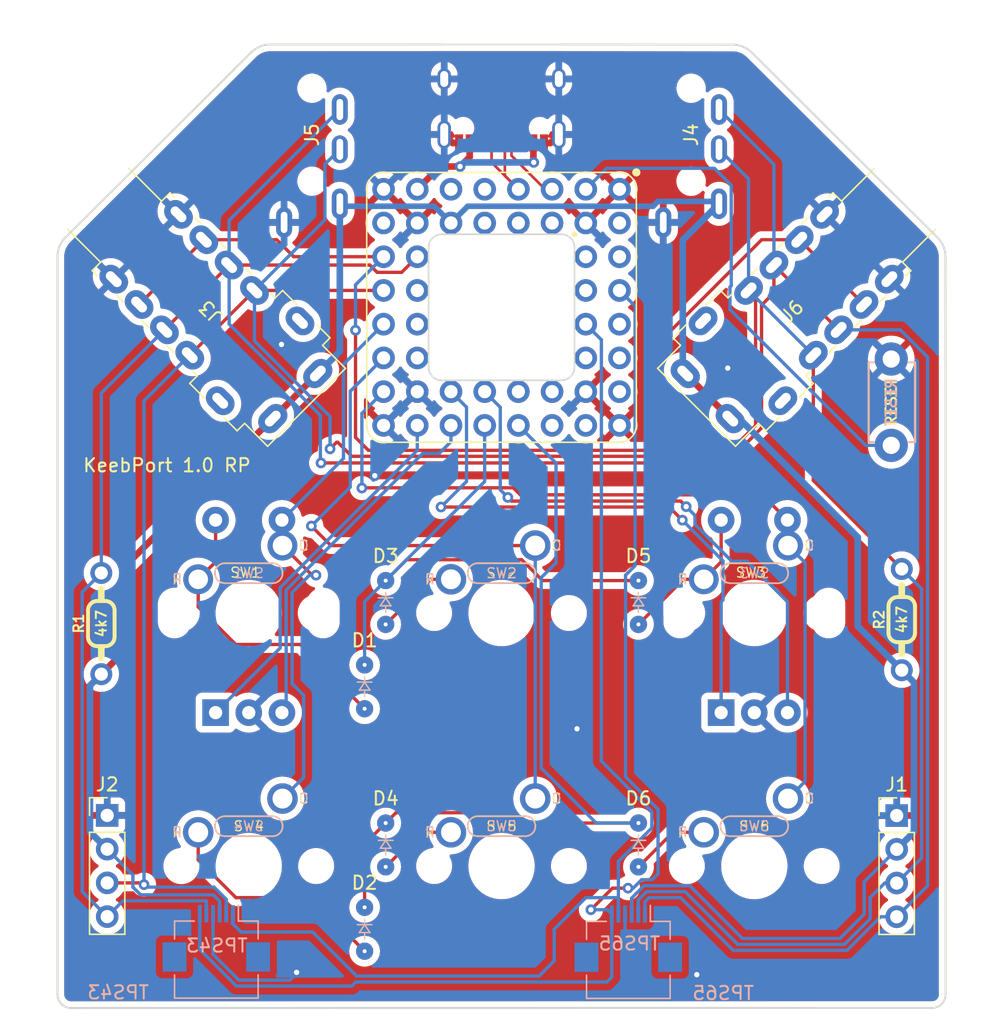
<source format=kicad_pcb>
(kicad_pcb (version 20240108) (generator "pcbnew") (generator_version "8.0")
  (layers (0 "F.Cu" signal) (31 "B.Cu" signal) (34 "B.Paste" user) (35 "F.Paste" user) (36 "B.SilkS" user "B.Silkscreen") (37 "F.SilkS" user "F.Silkscreen") (38 "B.Mask" user) (39 "F.Mask" user) (44 "Edge.Cuts" user))
  (net 0 "")
  (net 1 "Row0")
  (net 2 "Row1")
  (net 3 "GND")
  (net 4 "+3V3")
  (net 5 "I2C_SCL")
  (net 6 "I2C_SDA")
  (net 7 "LED_Ctrl")
  (net 8 "Net-(D2-Pad2)")
  (net 9 "Net-(D3-Pad2)")
  (net 10 "Net-(D4-Pad2)")
  (net 11 "Net-(D5-Pad2)")
  (net 12 "Net-(D6-Pad2)")
  (net 13 "VBUS")
  (net 15 "USB_D+")
  (net 16 "USB_D-")
  (net 20 "Net-(SW7-Pad2)")
  (net 21 "Enc0_A")
  (net 22 "Enc0_B")
  (net 23 "Col0")
  (net 24 "Col1")
  (net 25 "Enc1_A")
  (net 26 "Enc1_B")
  (net 27 "Col2")
  (net 39 "RDY")
  (net 41 "NRST")
  (net 49 "Net-(D1-Pad2)")
  (footprint "Keyboard_Components:Diode_SMD_Round_Pads" (layer "F.Cu") (at 111.125 96.8375)
    (property "Reference" "D1")
    (property "Value" "D_Small")
  )
  (footprint "Keyboard_Components:Diode_SMD_Round_Pads" (layer "F.Cu") (at 112.7125 90.4875)
    (property "Reference" "D3")
    (property "Value" "D_Small")
  )
  (footprint "Switch_Footprints:MX_lss_100U" (layer "F.Cu") (at 121.44375 110.33125)
    (property "Reference" "SW5")
    (property "Value" "SW_Push")
  )
  (footprint "Keyboard_Components:Resistor" (layer "F.Cu") (at 91.28125 92.075 90)
    (property "Reference" "R1")
    (property "Value" "4k7")
  )
  (footprint "Keyboard_Components:TRRRS_NBA1-24-001" (layer "F.Cu") (at 91.051667 60.095417 45)
    (property "Reference" "J3")
    (property "Value" "TRRRS_Connector")
  )
  (footprint "Switch_Footprints:MX_lss_100U" (layer "F.Cu") (at 140.49375 110.33125)
    (property "Reference" "SW6")
    (property "Value" "SW_Push")
  )
  (footprint "Keyboard_Components:Diode_SMD_Round_Pads" (layer "F.Cu") (at 131.7625 90.4875)
    (property "Reference" "D5")
    (property "Value" "D_Small")
  )
  (footprint "Keyboard_Components:Reset_Switch" (layer "F.Cu") (at 150.8125 75.40625 -90)
    (property "Reference" "SW7" (hide yes))
    (property "Value" "SW_Push" (hide yes))
  )
  (footprint "Keyboard_Components:TRRRS_NBA1-24-001" (layer "F.Cu") (at 151.835834 60.095417 -45)
    (property "Reference" "J6")
    (property "Value" "TRRRS_Connector")
  )
  (footprint "Switch_Footprints:MX_lss_100U" (layer "F.Cu") (at 102.39375 110.33125)
    (property "Reference" "SW4")
    (property "Value" "SW_Push")
  )
  (footprint "Switch_Footprints:MX_lss_100U_Rotary" (layer "F.Cu") (at 140.49375 91.28125)
    (property "Reference" "SW3")
    (property "Value" "RotaryEncoder_Switch")
  )
  (footprint "Connector_PinHeader_2.54mm:PinHeader_1x04_P2.54mm_Vertical" (layer "F.Cu") (at 91.725 106.52)
    (property "Reference" "J2")
    (property "Value" "Conn_01x04_Female")
  )
  (footprint "Keyboard_Components:Diode_SMD_Round_Pads" (layer "F.Cu") (at 111.125 115.09375)
    (property "Reference" "D2")
    (property "Value" "D_Small")
  )
  (footprint "Keyboard_Components:Resistor" (layer "F.Cu") (at 151.60625 91.775 90)
    (property "Reference" "R2")
    (property "Value" "4k7")
  )
  (footprint "Keyboard_Components:Diode_SMD_Round_Pads" (layer "F.Cu") (at 112.7125 108.74375)
    (property "Reference" "D4")
    (property "Value" "D_Small")
  )
  (footprint "Keyboard_Components:TRRS_PJ-320A" (layer "F.Cu") (at 107.15625 50.1675)
    (property "Reference" "J5")
    (property "Value" "TRRS_Connector")
  )
  (footprint "Switch_Footprints:MX_lss_100U_Rotary" (layer "F.Cu") (at 102.39375 91.28125)
    (property "Reference" "SW1")
    (property "Value" "RotaryEncoder_Switch")
  )
  (footprint "Keyboard_Components:PGA2040" (layer "F.Cu") (at 121.44375 68.2625)
    (property "Reference" "U1" (hide yes))
    (property "Value" "PGA2040")
    (fp_line (start -5.5 4.5) (end -5.5 -4.5) (stroke (width 0.12)) (layer "Edge.Cuts"))
    (fp_line (start -4.5 -5.5) (end 4.5 -5.5) (stroke (width 0.12)) (layer "Edge.Cuts"))
    (fp_line (start 4.5 5.5) (end -4.5 5.5) (stroke (width 0.12)) (layer "Edge.Cuts"))
    (fp_line (start 5.5 -4.5) (end 5.5 4.5) (stroke (width 0.12)) (layer "Edge.Cuts"))
    (fp_arc (start -5.5 -4.5) (mid -5.207107 -5.207107) (end -4.5 -5.5) (stroke (width 0.12)) (layer "Edge.Cuts"))
    (fp_arc (start -4.5 5.5) (mid -5.207107 5.207107) (end -5.5 4.5) (stroke (width 0.12)) (layer "Edge.Cuts"))
    (fp_arc (start 4.5 -5.5) (mid 5.207107 -5.207107) (end 5.5 -4.5) (stroke (width 0.12)) (layer "Edge.Cuts"))
    (fp_arc (start 5.5 4.5) (mid 5.207107 5.207107) (end 4.5 5.5) (stroke (width 0.12)) (layer "Edge.Cuts"))
  )
  (footprint "Connector_PinHeader_2.54mm:PinHeader_1x04_P2.54mm_Vertical" (layer "F.Cu") (at 151.225 106.53125)
    (property "Reference" "J1")
    (property "Value" "Conn_01x04_Female")
  )
  (footprint "Keyboard_Components:Diode_SMD_Round_Pads" (layer "F.Cu") (at 131.7625 108.74375)
    (property "Reference" "D6")
    (property "Value" "D_Small")
  )
  (footprint "Switch_Footprints:MX_lss_100U" (layer "F.Cu") (at 121.44375 91.28125)
    (property "Reference" "SW2")
    (property "Value" "SW_Push")
  )
  (footprint "Keyboard_Components:TRRS_PJ-320A" (layer "F.Cu") (at 135.73125 50.1675)
    (property "Reference" "J4")
    (property "Value" "TRRS_Connector")
  )
  (footprint "Keyboard_Components:USB_C_C2927037" (layer "F.Cu") (at 121.44375 48.47 180)
    (property "Reference" "P1" (hide yes))
    (property "Value" "USB_C_Plug")
    (fp_line (start -4.5 0) (end 4.5 0) (stroke (width 0.12)) (layer "Edge.Cuts"))
  )
  (footprint "Connector_FFC-FPC:Hirose_FH12-6S-0.5SH_1x06-1MP_P0.50mm_Horizontal" (layer "B.Cu") (at 131 115.8 180)
    (property "Reference" "TPS65")
    (property "Value" "Conn_01x06_Shielded")
  )
  (footprint "Connector_FFC-FPC:Hirose_FH12-6S-0.5SH_1x06-1MP_P0.50mm_Horizontal" (layer "B.Cu") (at 99.95 115.775 180)
    (property "Reference" "TPS43")
    (property "Value" "Conn_01x06_Shielded")
  )
  (gr_line (start 125.94375 48.47) (end 138.737099 48.484092) (stroke (width 0.15)) (layer "Edge.Cuts"))
  (gr_arc (start 138.737099 48.484092) (mid 139.539778 48.6) (end 140.237099 49.014092) (stroke (width 0.15)) (layer "Edge.Cuts"))
  (gr_arc (start 87.98 64.57) (mid 88.095897 63.76736) (end 88.51 63.07) (stroke (width 0.15)) (layer "Edge.Cuts"))
  (gr_arc (start 154.369778 63.08) (mid 154.78387 63.777321) (end 154.899778 64.58) (stroke (width 0.15)) (layer "Edge.Cuts"))
  (gr_arc (start 88.97 121.02) (mid 88.26795 120.710836) (end 87.979559 120) (stroke (width 0.15)) (layer "Edge.Cuts"))
  (gr_line (start 102.642679 49.004092) (end 88.51 63.07) (stroke (width 0.15)) (layer "Edge.Cuts"))
  (gr_line (start 154.91 75.4) (end 154.899778 64.58) (stroke (width 0.15)) (layer "Edge.Cuts"))
  (gr_arc (start 154.91 119.96) (mid 154.642747 120.692171) (end 153.931527 121.011018) (stroke (width 0.15)) (layer "Edge.Cuts"))
  (gr_arc (start 102.642679 49.004092) (mid 103.34 48.59) (end 104.142679 48.474092) (stroke (width 0.15)) (layer "Edge.Cuts"))
  (gr_line (start 87.98 64.57) (end 87.979559 120) (stroke (width 0.15)) (layer "Edge.Cuts"))
  (gr_line (start 154.91 75.4) (end 154.91 119.96) (stroke (width 0.15)) (layer "Edge.Cuts"))
  (gr_line (start 154.369778 63.08) (end 140.237099 49.014092) (stroke (width 0.15)) (layer "Edge.Cuts"))
  (gr_line (start 153.931527 121.011018) (end 88.97 121.02) (stroke (width 0.15)) (layer "Edge.Cuts"))
  (gr_line (start 116.94375 48.47) (end 104.142679 48.474092) (stroke (width 0.15)) (layer "Edge.Cuts"))
  (gr_text "TPS43" (at 92.55 119.85 0) (layer "B.SilkS") (effects (font (size 1 1)) (justify mirror)))
  (gr_text "TPS65" (at 138.15 119.9 0) (layer "B.SilkS") (effects (font (size 1 1)) (justify mirror)))
  (gr_text "KeebPort 1.0 RP" (at 96.23 80.16 0) (layer "F.SilkS") (effects (font (size 1 1))))
  (segment (start 114.283261 87.266739) (end 122.963964 87.266739) (width 0.25) (layer "F.Cu") (net 1))
  (segment (start 122.963964 87.266739) (end 124.534725 88.8375) (width 0.25) (layer "F.Cu") (net 1))
  (segment (start 112.7125 88.8375) (end 114.283261 87.266739) (width 0.25) (layer "F.Cu") (net 1))
  (segment (start 124.534725 88.8375) (end 131.7625 88.8375) (width 0.25) (layer "F.Cu") (net 1))
  (segment (start 111.125 95.1875) (end 111.125 90.425) (width 0.25) (layer "B.Cu") (net 1))
  (segment (start 120.17375 77.1525) (end 120.17375 81.37625) (width 0.25) (layer "B.Cu") (net 1))
  (segment (start 120.17375 81.37625) (end 112.7125 88.8375) (width 0.25) (layer "B.Cu") (net 1))
  (segment (start 111.125 90.425) (end 112.7125 88.8375) (width 0.25) (layer "B.Cu") (net 1))
  (segment (start 122.191739 106.316739) (end 122.96875 107.09375) (width 0.25) (layer "F.Cu") (net 2))
  (segment (start 122.96875 107.09375) (end 131.7625 107.09375) (width 0.25) (layer "F.Cu") (net 2))
  (segment (start 111.125 108.68125) (end 112.7125 107.09375) (width 0.25) (layer "F.Cu") (net 2))
  (segment (start 113.489511 106.316739) (end 122.191739 106.316739) (width 0.25) (layer "F.Cu") (net 2))
  (segment (start 111.125 113.44375) (end 111.125 108.68125) (width 0.25) (layer "F.Cu") (net 2))
  (segment (start 112.7125 107.09375) (end 113.489511 106.316739) (width 0.25) (layer "F.Cu") (net 2))
  (segment (start 125.55 79.98875) (end 122.71375 77.1525) (width 0.25) (layer "B.Cu") (net 2))
  (segment (start 128.57375 107.09375) (end 124.43327 102.95327) (width 0.25) (layer "B.Cu") (net 2))
  (segment (start 124.43327 102.95327) (end 124.43327 88.61673) (width 0.25) (layer "B.Cu") (net 2))
  (segment (start 125.55 87.5) (end 125.55 79.98875) (width 0.25) (layer "B.Cu") (net 2))
  (segment (start 124.43327 88.61673) (end 125.55 87.5) (width 0.25) (layer "B.Cu") (net 2))
  (segment (start 131.7625 107.09375) (end 128.57375 107.09375) (width 0.25) (layer "B.Cu") (net 2))
  (segment (start 117.76375 55.89) (end 117.12375 55.25) (width 0.5) (layer "F.Cu") (net 3))
  (segment (start 124.64375 55.89) (end 125.12375 55.89) (width 0.5) (layer "F.Cu") (net 3))
  (segment (start 125.12375 55.89) (end 125.76375 55.25) (width 0.5) (layer "F.Cu") (net 3))
  (segment (start 145.790071 61.262143) (end 150.669108 66.14118) (width 0.5) (layer "F.Cu") (net 3))
  (segment (start 118.24375 55.89) (end 117.76375 55.89) (width 0.5) (layer "F.Cu") (net 3))
  (via (at 106 118.34) (size 0.8) (drill 0.4) (layers "F.Cu" "B.Cu") (net 3))
  (via (at 111.89 80.94) (size 0.8) (drill 0.4) (layers "F.Cu" "B.Cu") (net 3))
  (via (at 104.86 71.06) (size 0.8) (drill 0.4) (layers "F.Cu" "B.Cu") (net 3))
  (via (at 127.13 100) (size 0.8) (drill 0.4) (layers "F.Cu" "B.Cu") (net 3))
  (via (at 136.16 118.51) (size 0.8) (drill 0.4) (layers "F.Cu" "B.Cu") (net 3))
  (via (at 138.49 72.84) (size 0.8) (drill 0.4) (layers "F.Cu" "B.Cu") (net 3))
  (segment (start 130.75 117.55) (end 132.59 119.39) (width 0.25) (layer "B.Cu") (net 3))
  (segment (start 101.646198 118.92048) (end 105.49 118.92048) (width 0.25) (layer "B.Cu") (net 3))
  (segment (start 132.59 119.39) (end 135.28 119.39) (width 0.25) (layer "B.Cu") (net 3))
  (segment (start 99.7 113.925) (end 99.7 116.974282) (width 0.25) (layer "B.Cu") (net 3))
  (segment (start 99.7 116.974282) (end 101.527859 118.802141) (width 0.25) (layer "B.Cu") (net 3))
  (segment (start 130.75 113.95) (end 130.75 117.55) (width 0.25) (layer "B.Cu") (net 3))
  (segment (start 101.527859 118.802141) (end 101.646198 118.92048) (width 0.25) (layer "B.Cu") (net 3))
  (segment (start 105.49 118.92048) (end 106 118.41048) (width 0.25) (layer "B.Cu") (net 3))
  (segment (start 135.28 119.39) (end 136.16 118.51) (width 0.25) (layer "B.Cu") (net 3))
  (segment (start 106 118.41048) (end 106 118.34) (width 0.25) (layer "B.Cu") (net 3))
  (segment (start 104.178284 76.641716) (end 93.06 87.76) (width 0.5) (layer "F.Cu") (net 4))
  (segment (start 93.06 87.76) (end 93.06 94.10625) (width 0.5) (layer "F.Cu") (net 4))
  (segment (start 93.06 94.10625) (end 91.28125 95.885) (width 0.5) (layer "F.Cu") (net 4))
  (segment (start 138.683648 76.641716) (end 135.289535 73.247603) (width 0.5) (layer "F.Cu") (net 4))
  (segment (start 104.203853 76.641716) (end 107.597966 73.247603) (width 0.5) (layer "F.Cu") (net 4))
  (segment (start 104.203853 76.641716) (end 104.178284 76.641716) (width 0.5) (layer "F.Cu") (net 4))
  (segment (start 131.25 112.747315) (end 132.183855 111.81346) (width 0.25) (layer "B.Cu") (net 4))
  (segment (start 117.63375 61.9125) (end 118.895761 60.650489) (width 0.425) (layer "B.Cu") (net 4))
  (segment (start 135.103709 73.061777) (end 135.103709 63.195041) (width 0.5) (layer "B.Cu") (net 4))
  (segment (start 131.25 113.95) (end 131.25 112.747315) (width 0.25) (layer "B.Cu") (net 4))
  (segment (start 139.59471 115.78221) (end 146.94904 115.78221) (width 0.25) (layer "B.Cu") (net 4))
  (segment (start 137.65375 60.29) (end 137.83125 60.4675) (width 0.425) (layer "B.Cu") (net 4))
  (segment (start 151.60625 95.585) (end 148.29 92.26875) (width 0.5) (layer "B.Cu") (net 4))
  (segment (start 93.6625 110.9975) (end 91.725 109.06) (width 0.25) (layer "B.Cu") (net 4))
  (segment (start 152.524511 96.503261) (end 152.524511 107.771739) (width 0.5) (layer "B.Cu") (net 4))
  (segment (start 133.227538 60.29) (end 137.65375 60.29) (width 0.425) (layer "B.Cu") (net 4))
  (segment (start 146.94904 115.78221) (end 148.77548 113.95577) (width 0.25) (layer "B.Cu") (net 4))
  (segment (start 118.895761 60.650489) (end 132.867049 60.650489) (width 0.425) (layer "B.Cu") (net 4))
  (segment (start 132.183855 111.81346) (end 135.62596 111.81346) (width 0.25) (layer "B.Cu") (net 4))
  (segment (start 107.597966 73.247603) (end 109.25625 71.589319) (width 0.5) (layer "B.Cu") (net 4))
  (segment (start 148.77548 113.95577) (end 148.77548 111.52077) (width 0.25) (layer "B.Cu") (net 4))
  (segment (start 94.244719 112.500969) (end 93.6625 111.91875) (width 0.25) (layer "B.Cu") (net 4))
  (segment (start 152.524511 107.771739) (end 151.225 109.07125) (width 0.5) (layer "B.Cu") (net 4))
  (segment (start 100.2 113.925) (end 100.2 112.975978) (width 0.25) (layer "B.Cu") (net 4))
  (segment (start 135.62596 111.81346) (end 139.59471 115.78221) (width 0.25) (layer "B.Cu") (net 4))
  (segment (start 148.29 85.57) (end 139.361716 76.641716) (width 0.5) (layer "B.Cu") (net 4))
  (segment (start 135.289535 73.247603) (end 135.103709 73.061777) (width 0.5) (layer "B.Cu") (net 4))
  (segment (start 109.439239 60.650489) (end 109.25625 60.4675) (width 0.425) (layer "B.Cu") (net 4))
  (segment (start 90.425489 96.740761) (end 90.425489 107.760489) (width 0.5) (layer "B.Cu") (net 4))
  (segment (start 148.77548 111.52077) (end 151.225 109.07125) (width 0.25) (layer "B.Cu") (net 4))
  (segment (start 100.2 112.975978) (end 99.724991 112.500969) (width 0.25) (layer "B.Cu") (net 4))
  (segment (start 116.371739 60.650489) (end 109.439239 60.650489) (width 0.425) (layer "B.Cu") (net 4))
  (segment (start 90.425489 107.760489) (end 91.725 109.06) (width 0.5) (layer "B.Cu") (net 4))
  (segment (start 151.60625 95.585) (end 152.524511 96.503261) (width 0.5) (layer "B.Cu") (net 4))
  (segment (start 117.63375 61.9125) (end 116.371739 60.650489) (width 0.425) (layer "B.Cu") (net 4))
  (segment (start 93.6625 111.91875) (end 93.6625 110.9975) (width 0.25) (layer "B.Cu") (net 4))
  (segment (start 132.867049 60.650489) (end 133.227538 60.29) (width 0.425) (layer "B.Cu") (net 4))
  (segment (start 91.28125 95.885) (end 90.425489 96.740761) (width 0.5) (layer "B.Cu") (net 4))
  (segment (start 135.103709 63.195041) (end 137.83125 60.4675) (width 0.5) (layer "B.Cu") (net 4))
  (segment (start 109.25625 71.589319) (end 109.25625 60.4675) (width 0.5) (layer "B.Cu") (net 4))
  (segment (start 139.361716 76.641716) (end 138.683648 76.641716) (width 0.5) (layer "B.Cu") (net 4))
  (segment (start 148.29 92.26875) (end 148.29 85.57) (width 0.5) (layer "B.Cu") (net 4))
  (segment (start 99.724991 112.500969) (end 94.244719 112.500969) (width 0.25) (layer "B.Cu") (net 4))
  (segment (start 138.27048 79.47952) (end 140.59 77.16) (width 0.25) (layer "F.Cu") (net 5))
  (segment (start 151.60625 87.965) (end 144.941543 81.300293) (width 0.25) (layer "F.Cu") (net 5))
  (segment (start 140.59 67.517202) (end 140.062506 66.989708) (width 0.25) (layer "F.Cu") (net 5))
  (segment (start 110.159466 79.47952) (end 138.27048 79.47952) (width 0.25) (layer "F.Cu") (net 5))
  (segment (start 109.099973 78.420027) (end 110.159466 79.47952) (width 0.25) (layer "F.Cu") (net 5))
  (segment (start 144.941543 81.300293) (end 144.941543 71.868745) (width 0.25) (layer "F.Cu") (net 5))
  (segment (start 112.550958 66.989708) (end 112.55375 66.9925) (width 0.25) (layer "F.Cu") (net 5))
  (segment (start 102.824995 66.989708) (end 112.550958 66.989708) (width 0.25) (layer "F.Cu") (net 5))
  (segment (start 97.945958 71.868745) (end 102.824995 66.989708) (width 0.25) (layer "F.Cu") (net 5))
  (segment (start 94.500534 111.732185) (end 94.368349 111.6) (width 0.25) (layer "F.Cu") (net 5))
  (segment (start 108.52 78.92) (end 109.019973 78.420027) (width 0.25) (layer "F.Cu") (net 5))
  (segment (start 94.368349 111.6) (end 91.725 111.6) (width 0.25) (layer "F.Cu") (net 5))
  (segment (start 109.019973 78.420027) (end 109.099973 78.420027) (width 0.25) (layer "F.Cu") (net 5))
  (segment (start 140.59 77.16) (end 140.59 67.517202) (width 0.25) (layer "F.Cu") (net 5))
  (via (at 94.500534 111.732185) (size 0.8) (drill 0.4) (layers "F.Cu" "B.Cu") (net 5))
  (via (at 108.52 78.92) (size 0.8) (drill 0.4) (layers "F.Cu" "B.Cu") (net 5))
  (segment (start 94.500534 111.732185) (end 94.500534 85.149466) (width 0.25) (layer "B.Cu") (net 5))
  (segment (start 149.225 114.3) (end 149.225 112.7125) (width 0.25) (layer "B.Cu") (net 5))
  (segment (start 131.75 113.95) (end 131.75 112.883033) (width 0.25) (layer "B.Cu") (net 5))
  (segment (start 135.28173 112.26298) (end 139.25048 116.23173) (width 0.25) (layer "B.Cu") (net 5))
  (segment (start 94.500534 75.299466) (end 97.931255 71.868745) (width 0.25) (layer "B.Cu") (net 5))
  (segment (start 102.824995 70.794995) (end 107 74.97) (width 0.25) (layer "B.Cu") (net 5))
  (segment (start 102.824995 66.989708) (end 102.824995 70.794995) (width 0.25) (layer "B.Cu") (net 5))
  (segment (start 149.225 112.7125) (end 150.32625 111.61125) (width 0.25) (layer "B.Cu") (net 5))
  (segment (start 100.7 112.840261) (end 99.778489 111.91875) (width 0.25) (layer "B.Cu") (net 5))
  (segment (start 140.062506 66.989708) (end 140.062506 58.598756) (width 0.25) (layer "B.Cu") (net 5))
  (segment (start 139.25048 116.23173) (end 147.29327 116.23173) (width 0.25) (layer "B.Cu") (net 5))
  (segment (start 100.7 113.925) (end 100.7 112.840261) (width 0.25) (layer "B.Cu") (net 5))
  (segment (start 107 74.97) (end 108.52 76.49) (width 0.25) (layer "B.Cu") (net 5))
  (segment (start 150.32625 111.61125) (end 151.225 111.61125) (width 0.25) (layer "B.Cu") (net 5))
  (segment (start 153.1 109.73625) (end 153.1 89.45875) (width 0.25) (layer "B.Cu") (net 5))
  (segment (start 97.931255 71.868745) (end 97.945958 71.868745) (width 0.25) (layer "B.Cu") (net 5))
  (segment (start 140.062506 66.989708) (end 144.941543 71.868745) (width 0.25) (layer "B.Cu") (net 5))
  (segment (start 140.062506 58.598756) (end 137.83125 56.3675) (width 0.25) (layer "B.Cu") (net 5))
  (segment (start 96.8375 111.91875) (end 94.687099 111.91875) (width 0.25) (layer "B.Cu") (net 5))
  (segment (start 147.29327 116.23173) (end 149.225 114.3) (width 0.25) (layer "B.Cu") (net 5))
  (segment (start 131.75 112.883033) (end 132.370053 112.26298) (width 0.25) (layer "B.Cu") (net 5))
  (segment (start 108.52 76.49) (end 108.52 78.92) (width 0.25) (layer "B.Cu") (net 5))
  (segment (start 108.130771 61.683932) (end 108.130771 57.492979) (width 0.25) (layer "B.Cu") (net 5))
  (segment (start 102.824995 66.989708) (end 108.130771 61.683932) (width 0.25) (layer "B.Cu") (net 5))
  (segment (start 94.687099 111.91875) (end 94.500534 111.732185) (width 0.25) (layer "B.Cu") (net 5))
  (segment (start 108.130771 57.492979) (end 109.25625 56.3675) (width 0.25) (layer "B.Cu") (net 5))
  (segment (start 132.370053 112.26298) (end 135.28173 112.26298) (width 0.25) (layer "B.Cu") (net 5))
  (segment (start 151.225 111.61125) (end 153.1 109.73625) (width 0.25) (layer "B.Cu") (net 5))
  (segment (start 153.1 89.45875) (end 151.60625 87.965) (width 0.25) (layer "B.Cu") (net 5))
  (segment (start 99.778489 111.91875) (end 96.8375 111.91875) (width 0.25) (layer "B.Cu") (net 5))
  (segment (start 94.500534 85.149466) (end 94.500534 75.299466) (width 0.25) (layer "B.Cu") (net 5))
  (segment (start 141.03952 68.10048) (end 141.971694 67.168306) (width 0.25) (layer "F.Cu") (net 6))
  (segment (start 107.84 79.98) (end 138.405718 79.98) (width 0.25) (layer "F.Cu") (net 6))
  (segment (start 113.919239 65.627011) (end 115.09375 64.4525) (width 0.25) (layer "F.Cu") (net 6))
  (segment (start 141.03952 77.346197) (end 141.03952 68.10048) (width 0.25) (layer "F.Cu") (net 6))
  (segment (start 141.971694 65.08052) (end 146.850731 69.959557) (width 0.25) (layer "F.Cu") (net 6))
  (segment (start 141.971694 67.168306) (end 141.971694 65.08052) (width 0.25) (layer "F.Cu") (net 6))
  (segment (start 100.915807 65.08052) (end 111.52076 65.08052) (width 0.25) (layer "F.Cu") (net 6))
  (segment (start 112.067251 65.627011) (end 113.919239 65.627011) (width 0.25) (layer "F.Cu") (net 6))
  (segment (start 138.405718 79.98) (end 141.03952 77.346197) (width 0.25) (layer "F.Cu") (net 6))
  (segment (start 96.03677 69.959557) (end 100.915807 65.08052) (width 0.25) (layer "F.Cu") (net 6))
  (segment (start 111.52076 65.08052) (end 112.067251 65.627011) (width 0.25) (layer "F.Cu") (net 6))
  (via (at 107.84 79.98) (size 0.8) (drill 0.4) (layers "F.Cu" "B.Cu") (net 6))
  (segment (start 151.499557 69.959557) (end 153.54952 72.00952) (width 0.25) (layer "B.Cu") (net 6))
  (segment (start 103.062141 71.667859) (end 107.79 76.395718) (width 0.25) (layer "B.Cu") (net 6))
  (segment (start 146.850731 69.959557) (end 151.499557 69.959557) (width 0.25) (layer "B.Cu") (net 6))
  (segment (start 107.79 76.395718) (end 107.79 79.47) (width 0.25) (layer "B.Cu") (net 6))
  (segment (start 138.90625 116.68125) (end 147.479467 116.68125) (width 0.25) (layer "B.Cu") (net 6))
  (segment (start 100.915807 65.08052) (end 100.915807 61.707943) (width 0.25) (layer "B.Cu") (net 6))
  (segment (start 99.2 113.925) (end 99.2 112.975978) (width 0.25) (layer "B.Cu") (net 6))
  (segment (start 99.2 112.975978) (end 99.174511 112.950489) (width 0.25) (layer "B.Cu") (net 6))
  (segment (start 141.971694 65.08052) (end 141.971694 57.507944) (width 0.25) (layer "B.Cu") (net 6))
  (segment (start 107.79 79.47) (end 107.79 79.93) (width 0.25) (layer "B.Cu") (net 6))
  (segment (start 89.84 89.70625) (end 91.28125 88.265) (width 0.25) (layer "B.Cu") (net 6))
  (segment (start 100.915807 61.707943) (end 109.25625 53.3675) (width 0.25) (layer "B.Cu") (net 6))
  (segment (start 91.28125 88.265) (end 91.28125 74.715077) (width 0.25) (layer "B.Cu") (net 6))
  (segment (start 147.479467 116.68125) (end 150.009468 114.15125) (width 0.25) (layer "B.Cu") (net 6))
  (segment (start 153.54952 111.82673) (end 151.225 114.15125) (width 0.25) (layer "B.Cu") (net 6))
  (segment (start 132.25 113.95) (end 132.25 113.01875) (width 0.25) (layer "B.Cu") (net 6))
  (segment (start 141.971694 57.507944) (end 137.83125 53.3675) (width 0.25) (layer "B.Cu") (net 6))
  (segment (start 150.009468 114.15125) (end 151.225 114.15125) (width 0.25) (layer "B.Cu") (net 6))
  (segment (start 100.915807 69.521524) (end 103.062141 71.667859) (width 0.25) (layer "B.Cu") (net 6))
  (segment (start 132.25 113.01875) (end 132.55625 112.7125) (width 0.25) (layer "B.Cu") (net 6))
  (segment (start 89.84 112.255) (end 89.84 89.70625) (width 0.25) (layer "B.Cu") (net 6))
  (segment (start 100.915807 65.08052) (end 100.915807 69.521524) (width 0.25) (layer "B.Cu") (net 6))
  (segment (start 99.174511 112.950489) (end 92.914511 112.950489) (width 0.25) (layer "B.Cu") (net 6))
  (segment (start 92.914511 112.950489) (end 91.725 114.14) (width 0.25) (layer "B.Cu") (net 6))
  (segment (start 153.54952 72.00952) (end 153.54952 111.82673) (width 0.25) (layer "B.Cu") (net 6))
  (segment (start 91.28125 74.715077) (end 96.03677 69.959557) (width 0.25) (layer "B.Cu") (net 6))
  (segment (start 107.79 79.93) (end 107.84 79.98) (width 0.25) (layer "B.Cu") (net 6))
  (segment (start 134.9375 112.7125) (end 138.90625 116.68125) (width 0.25) (layer "B.Cu") (net 6))
  (segment (start 91.725 114.14) (end 89.84 112.255) (width 0.25) (layer "B.Cu") (net 6))
  (segment (start 132.55625 112.7125) (end 134.9375 112.7125) (width 0.25) (layer "B.Cu") (net 6))
  (segment (start 143.880883 63.171331) (end 141.048669 63.171331) (width 0.25) (layer "F.Cu") (net 7))
  (segment (start 104.502613 63.171331) (end 105.783782 64.4525) (width 0.25) (layer "F.Cu") (net 7))
  (segment (start 133.29 78.46) (end 132.72 79.03) (width 0.25) (layer "F.Cu") (net 7))
  (segment (start 105.783782 64.4525) (end 112.55375 64.4525) (width 0.25) (layer "F.Cu") (net 7))
  (segment (start 99.006618 63.171331) (end 104.502613 63.171331) (width 0.25) (layer "F.Cu") (net 7))
  (segment (start 133.29 70.93) (end 133.29 78.46) (width 0.25) (layer "F.Cu") (net 7))
  (segment (start 94.127581 68.050368) (end 99.006618 63.171331) (width 0.25) (layer "F.Cu") (net 7))
  (segment (start 133.86 70.36) (end 133.29 70.93) (width 0.25) (layer "F.Cu") (net 7))
  (segment (start 111.41 79.03) (end 110.44 78.06) (width 0.25) (layer "F.Cu") (net 7))
  (segment (start 141.048669 63.171331) (end 133.86 70.36) (width 0.25) (layer "F.Cu") (net 7))
  (segment (start 148.75992 68.050368) (end 143.880883 63.171331) (width 0.25) (layer "F.Cu") (net 7))
  (segment (start 132.72 79.03) (end 111.41 79.03) (width 0.25) (layer "F.Cu") (net 7))
  (segment (start 110.44 78.06) (end 110.44 69.99) (width 0.25) (layer "F.Cu") (net 7))
  (via (at 110.44 69.99) (size 0.8) (drill 0.4) (layers "F.Cu" "B.Cu") (net 7))
  (segment (start 110.44 69.99) (end 110.44 66.56625) (width 0.25) (layer "B.Cu") (net 7))
  (segment (start 110.44 66.56625) (end 112.55375 64.4525) (width 0.25) (layer "B.Cu") (net 7))
  (segment (start 98.58375 109.870704) (end 98.58375 107.79125) (width 0.25) (layer "F.Cu") (net 8))
  (segment (start 108.74375 114.3) (end 107.15625 112.7125) (width 0.25) (layer "F.Cu") (net 8))
  (segment (start 107.15625 112.7125) (end 101.425546 112.7125) (width 0.25) (layer "F.Cu") (net 8))
  (segment (start 101.425546 112.7125) (end 98.58375 109.870704) (width 0.25) (layer "F.Cu") (net 8))
  (segment (start 111.125 116.74375) (end 108.74375 114.3625) (width 0.25) (layer "F.Cu") (net 8))
  (segment (start 108.74375 114.3625) (end 108.74375 114.3) (width 0.25) (layer "F.Cu") (net 8))
  (segment (start 112.7125 92.1375) (end 116.10875 88.74125) (width 0.25) (layer "F.Cu") (net 9))
  (segment (start 116.10875 88.74125) (end 117.63375 88.74125) (width 0.25) (layer "F.Cu") (net 9))
  (segment (start 112.7125 110.39375) (end 115.315 107.79125) (width 0.25) (layer "F.Cu") (net 10))
  (segment (start 115.315 107.79125) (end 117.63375 107.79125) (width 0.25) (layer "F.Cu") (net 10))
  (segment (start 135.15875 88.74125) (end 136.68375 88.74125) (width 0.25) (layer "F.Cu") (net 11))
  (segment (start 131.7625 92.1375) (end 135.15875 88.74125) (width 0.25) (layer "F.Cu") (net 11))
  (segment (start 137.99375 87.43125) (end 136.68375 88.74125) (width 0.25) (layer "F.Cu") (net 11))
  (segment (start 137.99375 84.28125) (end 137.99375 87.43125) (width 0.25) (layer "F.Cu") (net 11))
  (segment (start 134.365 107.79125) (end 136.68375 107.79125) (width 0.25) (layer "F.Cu") (net 12))
  (segment (start 131.7625 110.39375) (end 134.365 107.79125) (width 0.25) (layer "F.Cu") (net 12))
  (segment (start 116.80625 57.66) (end 118.322772 57.66) (width 0.5) (layer "F.Cu") (net 13))
  (segment (start 118.322772 57.66) (end 119.04375 56.939022) (width 0.5) (layer "F.Cu") (net 13))
  (segment (start 123.84375 55.89) (end 123.84375 57.32375) (width 0.5) (layer "F.Cu") (net 13))
  (segment (start 119.04375 56.939022) (end 119.04375 55.89) (width 0.5) (layer "F.Cu") (net 13))
  (segment (start 115.09375 59.3725) (end 116.80625 57.66) (width 0.5) (layer "F.Cu") (net 13))
  (segment (start 123.84375 57.32375) (end 123.87 57.35) (width 0.5) (layer "F.Cu") (net 13))
  (via (at 123.87 57.35) (size 0.8) (drill 0.4) (layers "F.Cu" "B.Cu") (net 13))
  (via (at 118.322772 57.66) (size 0.8) (drill 0.4) (layers "F.Cu" "B.Cu") (net 13))
  (segment (start 118.632772 57.35) (end 118.322772 57.66) (width 0.5) (layer "B.Cu") (net 13))
  (segment (start 123.87 57.35) (end 118.632772 57.35) (width 0.5) (layer "B.Cu") (net 13))
  (segment (start 122.100625 58.759375) (end 122.71375 59.3725) (width 0.2) (layer "F.Cu") (net 15))
  (segment (start 121.69375 58.3525) (end 122.100625 58.759375) (width 0.2) (layer "F.Cu") (net 15))
  (segment (start 120.69375 55.89) (end 120.69375 57.3525) (width 0.2) (layer "F.Cu") (net 15))
  (segment (start 121.69375 55.89) (end 121.69375 58.3525) (width 0.2) (layer "F.Cu") (net 15))
  (segment (start 120.69375 57.3525) (end 122.100625 58.759375) (width 0.2) (layer "F.Cu") (net 15))
  (segment (start 122.19375 56.84048) (end 124.72577 59.3725) (width 0.2) (layer "F.Cu") (net 16))
  (segment (start 124.72577 59.3725) (end 125.25375 59.3725) (width 0.2) (layer "F.Cu") (net 16))
  (segment (start 121.992772 54.79) (end 122.19375 54.990978) (width 0.2) (layer "F.Cu") (net 16))
  (segment (start 121.19375 54.990978) (end 121.394728 54.79) (width 0.2) (layer "F.Cu") (net 16))
  (segment (start 122.19375 55.89) (end 122.19375 56.84048) (width 0.2) (layer "F.Cu") (net 16))
  (segment (start 122.19375 54.990978) (end 122.19375 55.89) (width 0.2) (layer "F.Cu") (net 16))
  (segment (start 121.19375 55.89) (end 121.19375 54.990978) (width 0.2) (layer "F.Cu") (net 16))
  (segment (start 121.394728 54.79) (end 121.992772 54.79) (width 0.2) (layer "F.Cu") (net 16))
  (segment (start 137.482979 57.792979) (end 138.75577 59.06577) (width 0.25) (layer "B.Cu") (net 20))
  (segment (start 127.79375 59.3725) (end 129.373271 57.792979) (width 0.25) (layer "B.Cu") (net 20))
  (segment (start 138.658176 66.733016) (end 138.658176 68.428176) (width 0.25) (layer "B.Cu") (net 20))
  (segment (start 129.373271 57.792979) (end 137.482979 57.792979) (width 0.25) (layer "B.Cu") (net 20))
  (segment (start 138.75577 59.06577) (end 138.75577 66.635422) (width 0.25) (layer "B.Cu") (net 20))
  (segment (start 138.658176 68.428176) (end 148.88625 78.65625) (width 0.25) (layer "B.Cu") (net 20))
  (segment (start 138.75577 66.635422) (end 138.658176 66.733016) (width 0.25) (layer "B.Cu") (net 20))
  (segment (start 148.88625 78.65625) (end 150.8125 78.65625) (width 0.25) (layer "B.Cu") (net 20))
  (segment (start 99.89375 98.78125) (end 104.762171 93.912829) (width 0.25) (layer "B.Cu") (net 21))
  (segment (start 115.09375 79.03625) (end 115.09375 77.1525) (width 0.25) (layer "B.Cu") (net 21))
  (segment (start 104.762171 93.912829) (end 104.762171 89.367829) (width 0.25) (layer "B.Cu") (net 21))
  (segment (start 104.762171 89.367829) (end 115.09375 79.03625) (width 0.25) (layer "B.Cu") (net 21))
  (segment (start 116.75 79.26) (end 117.63375 78.37625) (width 0.25) (layer "B.Cu") (net 22))
  (segment (start 105.211691 89.554027) (end 115.505718 79.26) (width 0.25) (layer "B.Cu") (net 22))
  (segment (start 117.63375 78.37625) (end 117.63375 77.1525) (width 0.25) (layer "B.Cu") (net 22))
  (segment (start 105.211691 98.463309) (end 105.211691 89.554027) (width 0.25) (layer "B.Cu") (net 22))
  (segment (start 104.89375 98.78125) (end 105.211691 98.463309) (width 0.25) (layer "B.Cu") (net 22))
  (segment (start 115.505718 79.26) (end 116.75 79.26) (width 0.25) (layer "B.Cu") (net 22))
  (segment (start 107.1625 88.43) (end 104.93375 86.20125) (width 0.25) (layer "F.Cu") (net 23))
  (segment (start 107.46 88.43) (end 107.1625 88.43) (width 0.25) (layer "F.Cu") (net 23))
  (via (at 107.46 88.43) (size 0.8) (drill 0.4) (layers "F.Cu" "B.Cu") (net 23))
  (segment (start 104.89375 84.28125) (end 104.89375 86.16125) (width 0.25) (layer "B.Cu") (net 23))
  (segment (start 104.89375 86.16125) (end 104.93375 86.20125) (width 0.25) (layer "B.Cu") (net 23))
  (segment (start 106.495718 88.905718) (end 106.971436 88.43) (width 0.25) (layer "B.Cu") (net 23))
  (segment (start 105.661211 96.601211) (end 105.661211 92.63) (width 0.25) (layer "B.Cu") (net 23))
  (segment (start 109.53 79.645) (end 104.89375 84.28125) (width 0.25) (layer "B.Cu") (net 23))
  (segment (start 104.93375 105.25125) (end 106.53 103.655) (width 0.25) (layer "B.Cu") (net 23))
  (segment (start 105.661211 89.740225) (end 106.495718 88.905718) (width 0.25) (layer "B.Cu") (net 23))
  (segment (start 109.53 72.55625) (end 109.53 79.645) (width 0.25) (layer "B.Cu") (net 23))
  (segment (start 105.661211 92.63) (end 105.661211 89.740225) (width 0.25) (layer "B.Cu") (net 23))
  (segment (start 106.971436 88.43) (end 107.46 88.43) (width 0.25) (layer "B.Cu") (net 23))
  (segment (start 106.53 103.655) (end 106.53 97.47) (width 0.25) (layer "B.Cu") (net 23))
  (segment (start 106.53 97.47) (end 105.661211 96.601211) (width 0.25) (layer "B.Cu") (net 23))
  (segment (start 112.55375 69.5325) (end 109.53 72.55625) (width 0.25) (layer "B.Cu") (net 23))
  (segment (start 108.58125 86.20125) (end 107.11 84.73) (width 0.25) (layer "F.Cu") (net 24))
  (segment (start 123.98375 86.20125) (end 108.58125 86.20125) (width 0.25) (layer "F.Cu") (net 24))
  (via (at 107.11 84.73) (size 0.8) (drill 0.4) (layers "F.Cu" "B.Cu") (net 24))
  (segment (start 123.98375 86.20125) (end 123.98375 105.25125) (width 0.25) (layer "B.Cu") (net 24))
  (segment (start 112.55375 72.0725) (end 110.04 74.58625) (width 0.25) (layer "B.Cu") (net 24))
  (segment (start 110.04 81.8) (end 107.11 84.73) (width 0.25) (layer "B.Cu") (net 24))
  (segment (start 110.04 74.58625) (end 110.04 81.8) (width 0.25) (layer "B.Cu") (net 24))
  (segment (start 135.07 84.29) (end 134.08 83.3) (width 0.25) (layer "F.Cu") (net 25))
  (segment (start 134.08 83.3) (end 116.88 83.3) (width 0.25) (layer "F.Cu") (net 25))
  (via (at 116.88 83.3) (size 0.8) (drill 0.4) (layers "F.Cu" "B.Cu") (net 25))
  (via (at 135.07 84.29) (size 0.8) (drill 0.4) (layers "F.Cu" "B.Cu") (net 25))
  (segment (start 118.808261 75.787011) (end 117.63375 74.6125) (width 0.25) (layer "B.Cu") (net 25))
  (segment (start 118.808261 81.371739) (end 118.808261 75.787011) (width 0.25) (layer "B.Cu") (net 25))
  (segment (start 135.07 84.29) (end 138.133261 87.353261) (width 0.25) (layer "B.Cu") (net 25))
  (segment (start 137.99375 90.431796) (end 137.99375 98.78125) (width 0.25) (layer "B.Cu") (net 25))
  (segment (start 138.133261 87.353261) (end 138.133261 90.292285) (width 0.25) (layer "B.Cu") (net 25))
  (segment (start 138.133261 90.292285) (end 137.99375 90.431796) (width 0.25) (layer "B.Cu") (net 25))
  (segment (start 116.88 83.3) (end 118.808261 81.371739) (width 0.25) (layer "B.Cu") (net 25))
  (segment (start 135.36 83.27) (end 134.94 82.85) (width 0.25) (layer "F.Cu") (net 26))
  (segment (start 132.81 82.85) (end 122.1945 82.85) (width 0.25) (layer "F.Cu") (net 26))
  (segment (start 122.1945 82.85) (end 121.92 82.5755) (width 0.25) (layer "F.Cu") (net 26))
  (segment (start 134.94 82.85) (end 132.81 82.85) (width 0.25) (layer "F.Cu") (net 26))
  (via (at 135.36 83.27) (size 0.8) (drill 0.4) (layers "F.Cu" "B.Cu") (net 26))
  (via (at 121.92 82.5755) (size 0.8) (drill 0.4) (layers "F.Cu" "B.Cu") (net 26))
  (segment (start 136.022859 84.607141) (end 136.022859 83.932859) (width 0.25) (layer "B.Cu") (net 26))
  (segment (start 121.348261 82.003761) (end 121.348261 75.787011) (width 0.25) (layer "B.Cu") (net 26))
  (segment (start 121.92 82.5755) (end 121.348261 82.003761) (width 0.25) (layer "B.Cu") (net 26))
  (segment (start 142.99375 98.78125) (end 142.99375 90.431796) (width 0.25) (layer "B.Cu") (net 26))
  (segment (start 136.577859 85.162141) (end 136.022859 84.607141) (width 0.25) (layer "B.Cu") (net 26))
  (segment (start 142.99375 90.431796) (end 139.941954 87.38) (width 0.25) (layer "B.Cu") (net 26))
  (segment (start 121.348261 75.787011) (end 120.17375 74.6125) (width 0.25) (layer "B.Cu") (net 26))
  (segment (start 138.795717 87.38) (end 136.577859 85.162141) (width 0.25) (layer "B.Cu") (net 26))
  (segment (start 139.941954 87.38) (end 138.795717 87.38) (width 0.25) (layer "B.Cu") (net 26))
  (segment (start 136.022859 83.932859) (end 135.36 83.27) (width 0.25) (layer "B.Cu") (net 26))
  (segment (start 110.939011 81.850989) (end 110.92 81.87) (width 0.25) (layer "F.Cu") (net 27))
  (segment (start 132.77 82.38) (end 122.86 82.38) (width 0.25) (layer "F.Cu") (net 27))
  (segment (start 142.99375 84.28125) (end 141.0925 82.38) (width 0.25) (layer "F.Cu") (net 27))
  (segment (start 122.330989 81.850989) (end 110.939011 81.850989) (width 0.25) (layer "F.Cu") (net 27))
  (segment (start 122.86 82.38) (end 122.48 82) (width 0.25) (layer "F.Cu") (net 27))
  (segment (start 141.0925 82.38) (end 132.77 82.38) (width 0.25) (layer "F.Cu") (net 27))
  (segment (start 122.48 82) (end 122.330989 81.850989) (width 0.25) (layer "F.Cu") (net 27))
  (via (at 110.92 81.87) (size 0.8) (drill 0.4) (layers "F.Cu" "B.Cu") (net 27))
  (segment (start 112.55375 74.6125) (end 110.92 76.24625) (width 0.25) (layer "B.Cu") (net 27))
  (segment (start 110.92 76.24625) (end 110.92 81.87) (width 0.25) (layer "B.Cu") (net 27))
  (segment (start 143.03375 105.25125) (end 144.318261 103.966739) (width 0.25) (layer "B.Cu") (net 27))
  (segment (start 144.318261 103.966739) (end 144.318261 87.485761) (width 0.25) (layer "B.Cu") (net 27))
  (segment (start 144.318261 87.485761) (end 143.03375 86.20125) (width 0.25) (layer "B.Cu") (net 27))
  (segment (start 130.976358 111.996359) (end 129.803641 111.996359) (width 0.25) (layer "F.Cu") (net 39))
  (segment (start 129.803641 111.996359) (end 128.18 113.62) (width 0.25) (layer "F.Cu") (net 39))
  (via (at 130.976358 111.996359) (size 0.8) (drill 0.4) (layers "F.Cu" "B.Cu") (net 39))
  (via (at 128.18 113.62) (size 0.8) (drill 0.4) (layers "F.Cu" "B.Cu") (net 39))
  (segment (start 133.24 107.95) (end 133.24 110.92) (width 0.25) (layer "B.Cu") (net 39))
  (segment (start 110.4625 119.0625) (end 129.38125 119.0625) (width 0.25) (layer "B.Cu") (net 39))
  (segment (start 129.75 118.69375) (end 129.75 113.95) (width 0.25) (layer "B.Cu") (net 39))
  (segment (start 133.24 106.064282) (end 133.24 107.95) (width 0.25) (layer "B.Cu") (net 39))
  (segment (start 131.365238 111.996359) (end 130.976358 111.996359) (width 0.25) (layer "B.Cu") (net 39))
  (segment (start 131.508261 87.713571) (end 130.787989 88.433843) (width 0.25) (layer "B.Cu") (net 39))
  (segment (start 130.787989 103.612271) (end 132.992859 105.817141) (width 0.25) (layer "B.Cu") (net 39))
  (segment (start 130.787989 88.69) (end 130.787989 103.612271) (width 0.25) (layer "B.Cu") (net 39))
  (segment (start 129.38125 119.0625) (end 129.75 118.69375) (width 0.25) (layer "B.Cu") (net 39))
  (segment (start 130.33375 66.9925) (end 131.508261 68.167011) (width 0.25) (layer "B.Cu") (net 39))
  (segment (start 101.46 119.37) (end 110.155 119.37) (width 0.25) (layer "B.Cu") (net 39))
  (segment (start 133.24 110.92) (end 132.79606 111.36394) (width 0.25) (layer "B.Cu") (net 39))
  (segment (start 131.508261 68.167011) (end 131.508261 87.713571) (width 0.25) (layer "B.Cu") (net 39))
  (segment (start 110.155 119.37) (end 110.4625 119.0625) (width 0.25) (layer "B.Cu") (net 39))
  (segment (start 132.79606 111.36394) (end 131.997657 111.36394) (width 0.25) (layer "B.Cu") (net 39))
  (segment (start 130.787989 88.433843) (end 130.787989 88.69) (width 0.25) (layer "B.Cu") (net 39))
  (segment (start 129.42 113.62) (end 129.75 113.95) (width 0.25) (layer "B.Cu") (net 39))
  (segment (start 98.7 113.925) (end 98.7 116.61) (width 0.25) (layer "B.Cu") (net 39))
  (segment (start 132.992859 105.817141) (end 133.24 106.064282) (width 0.25) (layer "B.Cu") (net 39))
  (segment (start 128.18 113.62) (end 129.42 113.62) (width 0.25) (layer "B.Cu") (net 39))
  (segment (start 131.997657 111.36394) (end 131.890798 111.470799) (width 0.25) (layer "B.Cu") (net 39))
  (segment (start 98.7 116.61) (end 101.46 119.37) (width 0.25) (layer "B.Cu") (net 39))
  (segment (start 131.890798 111.470799) (end 131.365238 111.996359) (width 0.25) (layer "B.Cu") (net 39))
  (segment (start 124.27452 118.61298) (end 125.4125 117.475) (width 0.25) (layer "B.Cu") (net 41))
  (segment (start 125.4125 117.475) (end 125.4125 115.09375) (width 0.25) (layer "B.Cu") (net 41))
  (segment (start 125.4125 115.09375) (end 127.79375 112.7125) (width 0.25) (layer "B.Cu") (net 41))
  (segment (start 130.175 112.7125) (end 130.25 112.7875) (width 0.25) (layer "B.Cu") (net 41))
  (segment (start 128.968261 70.707011) (end 127.79375 69.5325) (width 0.25) (layer "B.Cu") (net 41))
  (segment (start 128.968261 102.428261) (end 128.968261 70.707011) (width 0.25) (layer "B.Cu") (net 41))
  (segment (start 130.25 112.7875) (end 130.25 109.984418) (width 0.25) (layer "B.Cu") (net 41))
  (segment (start 110.517448 118.61298) (end 124.27452 118.61298) (width 0.25) (layer "B.Cu") (net 41))
  (segment (start 132.77 107.464418) (end 132.77 106.23) (width 0.25) (layer "B.Cu") (net 41))
  (segment (start 130.25 109.984418) (end 132.77 107.464418) (width 0.25) (layer "B.Cu") (net 41))
  (segment (start 107.205436 115.300969) (end 110.517448 118.61298) (width 0.25) (layer "B.Cu") (net 41))
  (segment (start 132.77 106.23) (end 128.968261 102.428261) (width 0.25) (layer "B.Cu") (net 41))
  (segment (start 101.174511 113.950489) (end 101.174511 114.668261) (width 0.25) (layer "B.Cu") (net 41))
  (segment (start 101.807219 115.300969) (end 107.205436 115.300969) (width 0.25) (layer "B.Cu") (net 41))
  (segment (start 101.2 113.925) (end 101.174511 113.950489) (width 0.25) (layer "B.Cu") (net 41))
  (segment (start 127.79375 112.7125) (end 130.175 112.7125) (width 0.25) (layer "B.Cu") (net 41))
  (segment (start 130.25 112.7875) (end 130.25 113.95) (width 0.25) (layer "B.Cu") (net 41))
  (segment (start 101.174511 114.668261) (end 101.807219 115.300969) (width 0.25) (layer "B.Cu") (net 41))
  (segment (start 106.287171 93.649671) (end 101.412717 93.649671) (width 0.25) (layer "F.Cu") (net 49))
  (segment (start 99.89375 84.28125) (end 99.89375 87.43125) (width 0.25) (layer "F.Cu") (net 49))
  (segment (start 101.412717 93.649671) (end 98.58375 90.820704) (width 0.25) (layer "F.Cu") (net 49))
  (segment (start 98.58375 90.820704) (end 98.58375 88.74125) (width 0.25) (layer "F.Cu") (net 49))
  (segment (start 99.89375 87.43125) (end 98.58375 88.74125) (width 0.25) (layer "F.Cu") (net 49))
  (segment (start 111.125 98.4875) (end 106.287171 93.649671) (width 0.25) (layer "F.Cu") (net 49))
  (zone (net 3) (net_name "GND") (layers "F&B.Cu") (connect_pads (clearance 0.508)) (min_thickness 0.254) (fill yes (thermal_gap 0.508) (thermal_bridge_width 0.508))
    (polygon (pts (xy 156 122) (xy 87 122) (xy 87 47) (xy 156 47)))
  )
)
</source>
